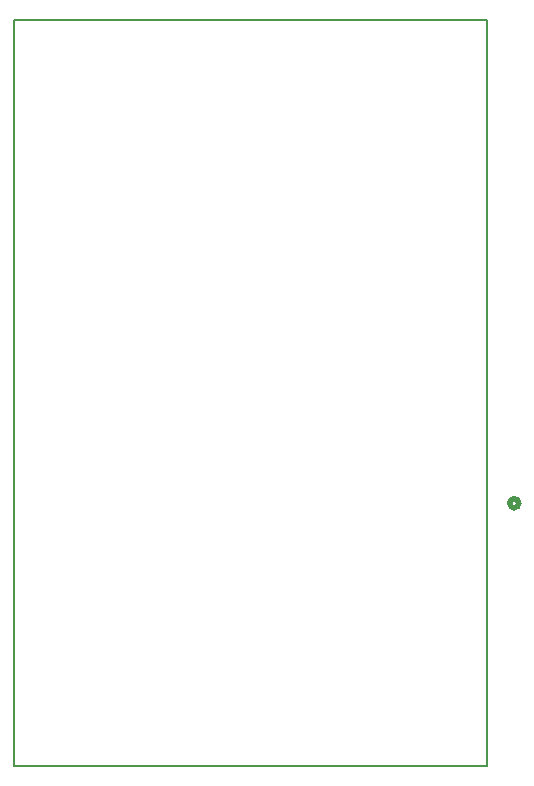
<source format=gbr>
G04 #@! TF.GenerationSoftware,KiCad,Pcbnew,7.0.5*
G04 #@! TF.CreationDate,2023-09-25T09:29:56+01:00*
G04 #@! TF.ProjectId,MaxTENS,4d617854-454e-4532-9e6b-696361645f70,rev?*
G04 #@! TF.SameCoordinates,Original*
G04 #@! TF.FileFunction,Legend,Bot*
G04 #@! TF.FilePolarity,Positive*
%FSLAX46Y46*%
G04 Gerber Fmt 4.6, Leading zero omitted, Abs format (unit mm)*
G04 Created by KiCad (PCBNEW 7.0.5) date 2023-09-25 09:29:56*
%MOMM*%
%LPD*%
G01*
G04 APERTURE LIST*
%ADD10C,0.200000*%
%ADD11C,0.508000*%
G04 APERTURE END LIST*
D10*
X203440000Y-46800000D02*
X243460000Y-46800000D01*
X243460000Y-109990000D01*
X203440000Y-109990000D01*
X203440000Y-46800000D01*
D11*
G04 #@! TO.C,J5*
X246181001Y-87737000D02*
G75*
G03*
X246181001Y-87737000I-381000J0D01*
G01*
G04 #@! TD*
M02*

</source>
